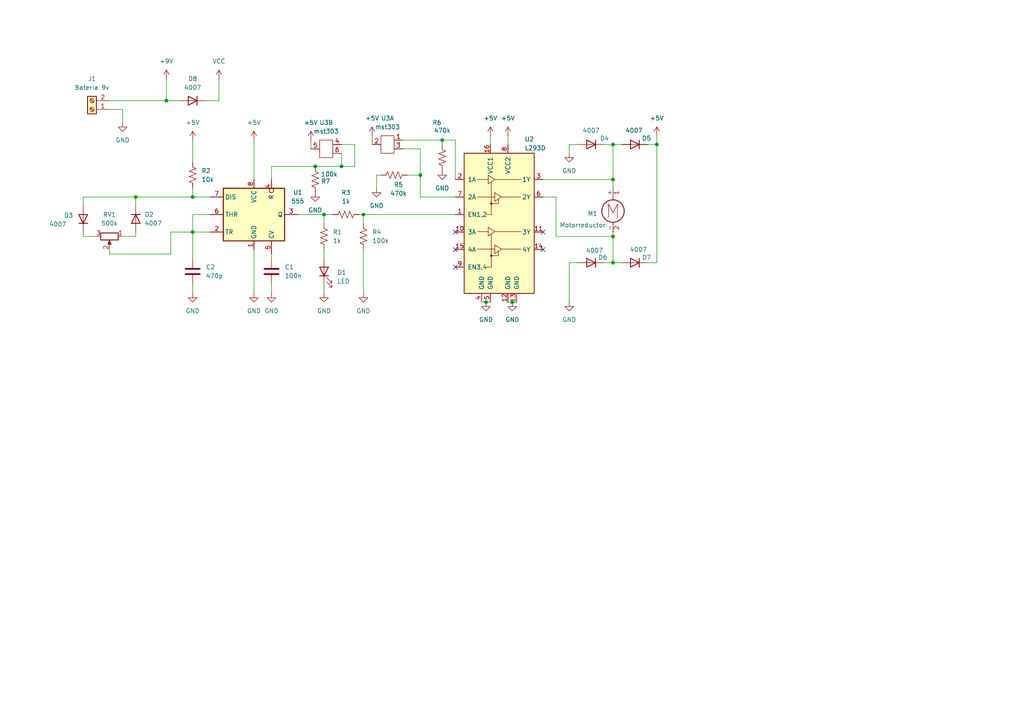
<source format=kicad_sch>
(kicad_sch (version 20250114) (generator "eeschema") (generator_version "9.0")
  (paper "A4")
  (lib_symbols
    (symbol "555_ordenado:555_wellOriented"
      (property "Reference" "U" (at 0 1.27 0))
      (property "Value" "555" (at 0 -0.762 0))
      (symbol "555_wellOriented_0_0"
        (pin power_in line (at 0 10.16 270) (length 2.54) (name "VCC") (number "8"))
        (pin power_in line (at 0 -10.16 90) (length 2.54) (name "GND") (number "1"))
      )
      (symbol "555_wellOriented_0_1"
        (rectangle (start -8.89 -7.62) (end 8.89 7.62) (stroke (width 0.254)) (fill (type background)))
        (rectangle (start -8.89 -7.62) (end 8.89 7.62) (stroke (width 0.254)) (fill (type background)))
      )
      (symbol "555_wellOriented_1_1"
        (pin input line (at -12.7 5.08 0) (length 3.81) (name "DIS") (number "7"))
        (pin input line (at -12.7 0 0) (length 3.81) (name "THR") (number "6"))
        (pin input line (at -12.7 -5.08 0) (length 3.81) (name "TR") (number "2"))
        (pin input inverted (at 5.08 10.16 270) (length 3.81) (name "R") (number "4"))
        (pin input line (at 5.08 -11.43 90) (length 3.81) (name "CV") (number "5"))
        (pin output line (at 12.7 0 180) (length 3.81) (name "Q") (number "3"))
      )
    )
    (symbol "6pdt-library:SW-onoffon-6p"
      (property "Reference" "U" (at 0 0 0))
      (symbol "SW-onoffon-6p_0_1"
        (rectangle (start -1.27 1.27) (end 2.54 -3.81))
      )
      (symbol "SW-onoffon-6p_1_1"
        (pin input line (at -3.81 -1.27 0) (length 2.54) (name "") (number "2"))
        (pin input line (at 5.08 0 180) (length 2.54) (name "") (number "1"))
        (pin input line (at 5.08 -2.54 180) (length 2.54) (name "") (number "3"))
      )
      (symbol "SW-onoffon-6p_2_1"
        (pin input line (at -3.81 -1.27 0) (length 2.54) (name "") (number "5"))
        (pin input line (at 5.08 0 180) (length 2.54) (name "") (number "4"))
        (pin input line (at 5.08 -2.54 180) (length 2.54) (name "") (number "6"))
      )
    )
    (symbol "Connector:Screw_Terminal_01x02" (pin_names (offset 1.016) (hide yes))
      (property "Reference" "J" (at 0 2.54 0))
      (property "Value" "Screw_Terminal_01x02" (at 0 -5.08 0))
      (symbol "Screw_Terminal_01x02_1_1"
        (rectangle (start -1.27 1.27) (end 1.27 -3.81) (stroke (width 0.254)) (fill (type background)))
        (polyline (pts (xy -0.5334 0.3302) (xy 0.3302 -0.508)) (stroke (width 0.1524)))
        (polyline (pts (xy -0.5334 -2.2098) (xy 0.3302 -3.048)) (stroke (width 0.1524)))
        (polyline (pts (xy -0.3556 0.508) (xy 0.508 -0.3302)) (stroke (width 0.1524)))
        (polyline (pts (xy -0.3556 -2.032) (xy 0.508 -2.8702)) (stroke (width 0.1524)))
        (circle (center 0 0) (radius 0.635) (stroke (width 0.1524)))
        (circle (center 0 -2.54) (radius 0.635) (stroke (width 0.1524)))
        (pin passive line (at -5.08 0 0) (length 3.81) (name "Pin_1") (number "1"))
        (pin passive line (at -5.08 -2.54 0) (length 3.81) (name "Pin_2") (number "2"))
      )
    )
    (symbol "Device:C" (pin_numbers (hide yes)) (pin_names (offset 0.254))
      (property "Reference" "C" (at 0.635 2.54 0))
      (property "Value" "C" (at 0.635 -2.54 0))
      (symbol "C_0_1"
        (polyline (pts (xy -2.032 0.762) (xy 2.032 0.762)) (stroke (width 0.508)))
        (polyline (pts (xy -2.032 -0.762) (xy 2.032 -0.762)) (stroke (width 0.508)))
      )
      (symbol "C_1_1"
        (pin passive line (at 0 3.81 270) (length 2.794) (name "~") (number "1"))
        (pin passive line (at 0 -3.81 90) (length 2.794) (name "~") (number "2"))
      )
    )
    (symbol "Device:LED" (pin_numbers (hide yes)) (pin_names (offset 1.016) (hide yes))
      (property "Reference" "D" (at 0 2.54 0))
      (property "Value" "LED" (at 0 -2.54 0))
      (symbol "LED_0_1"
        (polyline (pts (xy -3.048 -0.762) (xy -4.572 -2.286) (xy -3.81 -2.286) (xy -4.572 -2.286) (xy -4.572 -1.524)))
        (polyline (pts (xy -1.778 -0.762) (xy -3.302 -2.286) (xy -2.54 -2.286) (xy -3.302 -2.286) (xy -3.302 -1.524)))
        (polyline (pts (xy -1.27 0) (xy 1.27 0)))
        (polyline (pts (xy -1.27 -1.27) (xy -1.27 1.27)) (stroke (width 0.254)))
        (polyline (pts (xy 1.27 -1.27) (xy 1.27 1.27) (xy -1.27 0) (xy 1.27 -1.27)) (stroke (width 0.254)))
      )
      (symbol "LED_1_1"
        (pin passive line (at -3.81 0 0) (length 2.54) (name "K") (number "1"))
        (pin passive line (at 3.81 0 180) (length 2.54) (name "A") (number "2"))
      )
    )
    (symbol "Device:R_Potentiometer" (pin_names (offset 1.016) (hide yes))
      (property "Reference" "RV" (at -4.445 0 90))
      (property "Value" "R_Potentiometer" (at -2.54 0 90))
      (symbol "R_Potentiometer_0_1"
        (rectangle (start 1.016 2.54) (end -1.016 -2.54) (stroke (width 0.254)))
        (polyline (pts (xy 1.143 0) (xy 2.286 0.508) (xy 2.286 -0.508) (xy 1.143 0)) (fill (type outline)))
        (polyline (pts (xy 2.54 0) (xy 1.524 0)))
      )
      (symbol "R_Potentiometer_1_1"
        (pin passive line (at 0 3.81 270) (length 1.27) (name "1") (number "1"))
        (pin passive line (at 0 -3.81 90) (length 1.27) (name "3") (number "3"))
        (pin passive line (at 3.81 0 180) (length 1.27) (name "2") (number "2"))
      )
    )
    (symbol "Device:R_US" (pin_numbers (hide yes)) (pin_names (offset 0))
      (property "Reference" "R" (at 2.54 0 90))
      (property "Value" "R_US" (at -2.54 0 90))
      (symbol "R_US_0_1"
        (polyline (pts (xy 0 2.286) (xy 0 2.54)))
        (polyline (pts (xy 0 2.286) (xy 1.016 1.905) (xy 0 1.524) (xy -1.016 1.143) (xy 0 0.762)))
        (polyline (pts (xy 0 0.762) (xy 1.016 0.381) (xy 0 0) (xy -1.016 -0.381) (xy 0 -0.762)))
        (polyline (pts (xy 0 -0.762) (xy 1.016 -1.143) (xy 0 -1.524) (xy -1.016 -1.905) (xy 0 -2.286)))
        (polyline (pts (xy 0 -2.286) (xy 0 -2.54)))
      )
      (symbol "R_US_1_1"
        (pin passive line (at 0 3.81 270) (length 1.27) (name "~") (number "1"))
        (pin passive line (at 0 -3.81 90) (length 1.27) (name "~") (number "2"))
      )
    )
    (symbol "Diode:1N4148WT" (pin_numbers (hide yes)) (pin_names (hide yes))
      (property "Reference" "D" (at 0 2.54 0))
      (property "Value" "1N4148WT" (at 0 -2.54 0))
      (symbol "1N4148WT_0_1"
        (polyline (pts (xy -1.27 1.27) (xy -1.27 -1.27)) (stroke (width 0.254)))
        (polyline (pts (xy 1.27 1.27) (xy 1.27 -1.27) (xy -1.27 0) (xy 1.27 1.27)) (stroke (width 0.254)))
        (polyline (pts (xy 1.27 0) (xy -1.27 0)))
      )
      (symbol "1N4148WT_1_1"
        (pin passive line (at -3.81 0 0) (length 2.54) (name "K") (number "1"))
        (pin passive line (at 3.81 0 180) (length 2.54) (name "A") (number "2"))
      )
    )
    (symbol "Driver_Motor:L293D" (pin_names (offset 1.016))
      (property "Reference" "U" (at -5.08 26.035 0))
      (property "Value" "L293D" (at -5.08 24.13 0))
      (symbol "L293D_0_1"
        (rectangle (start -10.16 22.86) (end 10.16 -17.78) (stroke (width 0.254)) (fill (type background)))
        (polyline (pts (xy -6.35 15.24) (xy -3.175 15.24)))
        (polyline (pts (xy -6.35 10.16) (xy -1.27 10.16)))
        (polyline (pts (xy -6.35 0.127) (xy -3.175 0.127)))
        (polyline (pts (xy -6.35 -4.953) (xy -1.27 -4.953)))
        (polyline (pts (xy -3.175 16.51) (xy -3.175 13.97) (xy -1.27 15.24) (xy -3.175 16.51)))
        (polyline (pts (xy -3.175 1.397) (xy -3.175 -1.143) (xy -1.27 0.127) (xy -3.175 1.397)))
        (polyline (pts (xy -2.286 14.478) (xy -2.286 5.08) (xy -3.556 5.08)))
        (circle (center -2.286 8.255) (radius 0.254) (fill (type outline)))
        (polyline (pts (xy -2.286 8.255) (xy -0.254 8.255) (xy -0.254 9.525)))
        (polyline (pts (xy -2.286 -0.635) (xy -2.286 -10.16) (xy -3.556 -10.16)))
        (circle (center -2.286 -6.858) (radius 0.254) (fill (type outline)))
        (polyline (pts (xy -2.286 -6.858) (xy -0.254 -6.858) (xy -0.254 -5.588)))
        (polyline (pts (xy -1.27 15.24) (xy 6.35 15.24)))
        (polyline (pts (xy -1.27 11.43) (xy -1.27 8.89) (xy 0.635 10.16) (xy -1.27 11.43)))
        (polyline (pts (xy -1.27 0.127) (xy 6.35 0.127)))
        (polyline (pts (xy -1.27 -3.683) (xy -1.27 -6.223) (xy 0.635 -4.953) (xy -1.27 -3.683)))
        (polyline (pts (xy 0.635 10.16) (xy 6.35 10.16)))
        (polyline (pts (xy 0.635 -4.953) (xy 6.35 -4.953)))
      )
      (symbol "L293D_1_1"
        (pin input line (at -12.7 15.24 0) (length 2.54) (name "1A") (number "2"))
        (pin input line (at -12.7 10.16 0) (length 2.54) (name "2A") (number "7"))
        (pin input line (at -12.7 5.08 0) (length 2.54) (name "EN1,2") (number "1"))
        (pin input line (at -12.7 0 0) (length 2.54) (name "3A") (number "10"))
        (pin input line (at -12.7 -5.08 0) (length 2.54) (name "4A") (number "15"))
        (pin input line (at -12.7 -10.16 0) (length 2.54) (name "EN3,4") (number "9"))
        (pin power_in line (at -5.08 -20.32 90) (length 2.54) (name "GND") (number "4"))
        (pin power_in line (at -2.54 25.4 270) (length 2.54) (name "VCC1") (number "16"))
        (pin power_in line (at -2.54 -20.32 90) (length 2.54) (name "GND") (number "5"))
        (pin power_in line (at 2.54 25.4 270) (length 2.54) (name "VCC2") (number "8"))
        (pin power_in line (at 2.54 -20.32 90) (length 2.54) (name "GND") (number "12"))
        (pin power_in line (at 5.08 -20.32 90) (length 2.54) (name "GND") (number "13"))
        (pin output line (at 12.7 15.24 180) (length 2.54) (name "1Y") (number "3"))
        (pin output line (at 12.7 10.16 180) (length 2.54) (name "2Y") (number "6"))
        (pin output line (at 12.7 0 180) (length 2.54) (name "3Y") (number "11"))
        (pin output line (at 12.7 -5.08 180) (length 2.54) (name "4Y") (number "14"))
      )
    )
    (symbol "Motor:Motor_DC" (pin_names (offset 0))
      (property "Reference" "M" (at 2.54 2.54 0))
      (property "Value" "Motor_DC" (at 2.54 -5.08 0))
      (symbol "Motor_DC_0_0"
        (polyline (pts (xy -1.27 -3.302) (xy -1.27 0.508) (xy 0 -2.032) (xy 1.27 0.508) (xy 1.27 -3.302)))
      )
      (symbol "Motor_DC_0_1"
        (polyline (pts (xy 0 2.032) (xy 0 2.54)))
        (polyline (pts (xy 0 1.7272) (xy 0 2.0828)))
        (circle (center 0 -1.524) (radius 3.2512) (stroke (width 0.254)))
        (polyline (pts (xy 0 -4.7752) (xy 0 -5.1816)))
        (polyline (pts (xy 0 -7.62) (xy 0 -7.112)))
      )
      (symbol "Motor_DC_1_1"
        (pin passive line (at 0 5.08 270) (length 2.54) (name "+") (number "1"))
        (pin passive line (at 0 -7.62 90) (length 2.54) (name "-") (number "2"))
      )
    )
    (symbol "power:+5V" (power) (pin_numbers (hide yes)) (pin_names (offset 0) (hide yes))
      (property "Value" "+5V" (at 0 3.556 0))
      (symbol "+5V_0_1"
        (polyline (pts (xy -0.762 1.27) (xy 0 2.54)))
        (polyline (pts (xy 0 2.54) (xy 0.762 1.27)))
        (polyline (pts (xy 0 0) (xy 0 2.54)))
      )
      (symbol "+5V_1_1"
        (pin power_in line (at 0 0 90) (length 0) (name "~") (number "1"))
      )
    )
    (symbol "power:+9V" (power) (pin_numbers (hide yes)) (pin_names (offset 0) (hide yes))
      (property "Value" "+9V" (at 0 3.556 0))
      (symbol "+9V_0_1"
        (polyline (pts (xy -0.762 1.27) (xy 0 2.54)))
        (polyline (pts (xy 0 2.54) (xy 0.762 1.27)))
        (polyline (pts (xy 0 0) (xy 0 2.54)))
      )
      (symbol "+9V_1_1"
        (pin power_in line (at 0 0 90) (length 0) (name "~") (number "1"))
      )
    )
    (symbol "power:GND" (power) (pin_numbers (hide yes)) (pin_names (offset 0) (hide yes))
      (property "Value" "GND" (at 0 -3.81 0))
      (symbol "GND_0_1"
        (polyline (pts (xy 0 0) (xy 0 -1.27) (xy 1.27 -1.27) (xy 0 -2.54) (xy -1.27 -1.27) (xy 0 -1.27)))
      )
      (symbol "GND_1_1"
        (pin power_in line (at 0 0 270) (length 0) (name "~") (number "1"))
      )
    )
    (symbol "power:VCC" (power) (pin_numbers (hide yes)) (pin_names (offset 0) (hide yes))
      (property "Value" "VCC" (at 0 3.556 0))
      (symbol "VCC_0_1"
        (polyline (pts (xy -0.762 1.27) (xy 0 2.54)))
        (polyline (pts (xy 0 2.54) (xy 0.762 1.27)))
        (polyline (pts (xy 0 0) (xy 0 2.54)))
      )
      (symbol "VCC_1_1"
        (pin power_in line (at 0 0 90) (length 0) (name "~") (number "1"))
      )
    )
  )
  (junction (at 105.41 62.23))
  (junction (at 148.59 87.63))
  (junction (at 177.8 76.2))
  (junction (at 128.27 40.64))
  (junction (at 55.88 57.15))
  (junction (at 177.8 68.58))
  (junction (at 93.98 62.23))
  (junction (at 177.8 52.07))
  (junction (at 48.26 29.21))
  (junction (at 39.37 57.15))
  (junction (at 99.06 48.26))
  (junction (at 55.88 67.31))
  (junction (at 190.5 41.91))
  (junction (at 91.44 48.26))
  (junction (at 121.92 50.8))
  (junction (at 140.97 87.63))
  (junction (at 177.8 41.91))
  (no_connect (at 157.48 72.39))
  (no_connect (at 157.48 67.31))
  (no_connect (at 132.08 67.31))
  (no_connect (at 132.08 72.39))
  (no_connect (at 132.08 77.47))
  (wire (pts (xy 102.87 41.91) (xy 102.87 48.26)))
  (wire (pts (xy 60.96 62.23) (xy 55.88 62.23)))
  (wire (pts (xy 63.5 29.21) (xy 63.5 22.86)))
  (wire (pts (xy 48.26 29.21) (xy 48.26 22.86)))
  (wire (pts (xy 107.95 39.37) (xy 107.95 41.91)))
  (wire (pts (xy 78.74 82.55) (xy 78.74 85.09)))
  (wire (pts (xy 59.69 29.21) (xy 63.5 29.21)))
  (wire (pts (xy 31.75 73.66) (xy 31.75 72.39)))
  (wire (pts (xy 39.37 68.58) (xy 35.56 68.58)))
  (wire (pts (xy 105.41 64.77) (xy 105.41 62.23)))
  (wire (pts (xy 24.13 68.58) (xy 24.13 67.31)))
  (wire (pts (xy 52.07 29.21) (xy 48.26 29.21)))
  (wire (pts (xy 147.32 87.63) (xy 148.59 87.63)))
  (wire (pts (xy 109.22 54.61) (xy 109.22 50.8)))
  (wire (pts (xy 86.36 62.23) (xy 93.98 62.23)))
  (wire (pts (xy 73.66 72.39) (xy 73.66 85.09)))
  (wire (pts (xy 24.13 57.15) (xy 24.13 59.69)))
  (wire (pts (xy 102.87 48.26) (xy 99.06 48.26)))
  (wire (pts (xy 31.75 31.75) (xy 35.56 31.75)))
  (wire (pts (xy 161.29 57.15) (xy 161.29 68.58)))
  (wire (pts (xy 39.37 57.15) (xy 39.37 59.69)))
  (wire (pts (xy 157.48 52.07) (xy 177.8 52.07)))
  (wire (pts (xy 39.37 67.31) (xy 39.37 68.58)))
  (wire (pts (xy 180.34 76.2) (xy 177.8 76.2)))
  (wire (pts (xy 128.27 40.64) (xy 116.84 40.64)))
  (wire (pts (xy 60.96 57.15) (xy 55.88 57.15)))
  (wire (pts (xy 99.06 48.26) (xy 91.44 48.26)))
  (wire (pts (xy 99.06 41.91) (xy 102.87 41.91)))
  (wire (pts (xy 93.98 82.55) (xy 93.98 85.09)))
  (wire (pts (xy 93.98 64.77) (xy 93.98 62.23)))
  (wire (pts (xy 128.27 40.64) (xy 128.27 41.91)))
  (wire (pts (xy 187.96 41.91) (xy 190.5 41.91)))
  (wire (pts (xy 142.24 39.37) (xy 142.24 41.91)))
  (wire (pts (xy 55.88 54.61) (xy 55.88 57.15)))
  (wire (pts (xy 55.88 67.31) (xy 49.53 67.31)))
  (wire (pts (xy 177.8 52.07) (xy 177.8 54.61)))
  (wire (pts (xy 78.74 74.93) (xy 78.74 73.66)))
  (wire (pts (xy 49.53 73.66) (xy 31.75 73.66)))
  (wire (pts (xy 165.1 41.91) (xy 165.1 44.45)))
  (wire (pts (xy 177.8 41.91) (xy 177.8 52.07)))
  (wire (pts (xy 175.26 41.91) (xy 177.8 41.91)))
  (wire (pts (xy 177.8 41.91) (xy 180.34 41.91)))
  (wire (pts (xy 93.98 62.23) (xy 96.52 62.23)))
  (wire (pts (xy 190.5 41.91) (xy 190.5 76.2)))
  (wire (pts (xy 78.74 52.07) (xy 78.74 48.26)))
  (wire (pts (xy 165.1 76.2) (xy 167.64 76.2)))
  (wire (pts (xy 175.26 76.2) (xy 177.8 76.2)))
  (wire (pts (xy 187.96 76.2) (xy 190.5 76.2)))
  (wire (pts (xy 39.37 57.15) (xy 55.88 57.15)))
  (wire (pts (xy 190.5 39.37) (xy 190.5 41.91)))
  (wire (pts (xy 121.92 43.18) (xy 116.84 43.18)))
  (wire (pts (xy 118.11 50.8) (xy 121.92 50.8)))
  (wire (pts (xy 140.97 87.63) (xy 142.24 87.63)))
  (wire (pts (xy 55.88 40.64) (xy 55.88 46.99)))
  (wire (pts (xy 132.08 52.07) (xy 132.08 40.64)))
  (wire (pts (xy 109.22 50.8) (xy 110.49 50.8)))
  (wire (pts (xy 90.17 40.64) (xy 90.17 43.18)))
  (wire (pts (xy 121.92 43.18) (xy 121.92 50.8)))
  (wire (pts (xy 49.53 67.31) (xy 49.53 73.66)))
  (wire (pts (xy 177.8 68.58) (xy 177.8 76.2)))
  (wire (pts (xy 140.97 87.63) (xy 139.7 87.63)))
  (wire (pts (xy 73.66 40.64) (xy 73.66 52.07)))
  (wire (pts (xy 121.92 57.15) (xy 132.08 57.15)))
  (wire (pts (xy 55.88 74.93) (xy 55.88 67.31)))
  (wire (pts (xy 55.88 67.31) (xy 60.96 67.31)))
  (wire (pts (xy 177.8 67.31) (xy 177.8 68.58)))
  (wire (pts (xy 148.59 87.63) (xy 149.86 87.63)))
  (wire (pts (xy 104.14 62.23) (xy 105.41 62.23)))
  (wire (pts (xy 105.41 62.23) (xy 132.08 62.23)))
  (wire (pts (xy 31.75 29.21) (xy 48.26 29.21)))
  (wire (pts (xy 167.64 41.91) (xy 165.1 41.91)))
  (wire (pts (xy 27.94 68.58) (xy 24.13 68.58)))
  (wire (pts (xy 91.44 48.26) (xy 78.74 48.26)))
  (wire (pts (xy 165.1 87.63) (xy 165.1 76.2)))
  (wire (pts (xy 99.06 44.45) (xy 99.06 48.26)))
  (wire (pts (xy 121.92 50.8) (xy 121.92 57.15)))
  (wire (pts (xy 132.08 40.64) (xy 128.27 40.64)))
  (wire (pts (xy 157.48 57.15) (xy 161.29 57.15)))
  (wire (pts (xy 93.98 74.93) (xy 93.98 72.39)))
  (wire (pts (xy 105.41 72.39) (xy 105.41 85.09)))
  (wire (pts (xy 161.29 68.58) (xy 177.8 68.58)))
  (wire (pts (xy 55.88 82.55) (xy 55.88 85.09)))
  (wire (pts (xy 55.88 62.23) (xy 55.88 67.31)))
  (wire (pts (xy 35.56 31.75) (xy 35.56 35.56)))
  (wire (pts (xy 24.13 57.15) (xy 39.37 57.15)))
  (wire (pts (xy 147.32 39.37) (xy 147.32 41.91)))
  (symbol (lib_id "power:+5V") (at 73.66 40.64 0) (unit 1)
    (property "Reference" "#PWR05" (effects (hide yes)))
    (property "Value" "+5V" (at 73.66 35.56 0))
    (property "Description" "Power symbol creates a global label with name \"+5V\"" (effects (hide yes)))
  )
  (symbol (lib_id "Device:R_US") (at 93.98 68.58 0) (unit 1)
    (property "Reference" "R1" (at 96.52 67.3099 0) (effects (justify left)))
    (property "Value" "1k" (at 96.52 69.8499 0) (effects (justify left)))
    (property "Footprint" "Resistor_THT:R_Axial_DIN0207_L6.3mm_D2.5mm_P10.16mm_Horizontal" (effects (hide yes)))
    (property "Description" "Resistor, US symbol" (effects (hide yes)))
  )
  (symbol (lib_id "power:VCC") (at 63.5 22.86 0) (unit 1)
    (property "Reference" "#PWR021" (effects (hide yes)))
    (property "Value" "VCC" (at 63.5 17.78 0))
    (property "Description" "Power symbol creates a global label with name \"VCC\"" (effects (hide yes)))
  )
  (symbol (lib_id "power:+5V") (at 90.17 40.64 0) (unit 1)
    (property "Reference" "#PWR016" (effects (hide yes)))
    (property "Value" "+5V" (at 90.17 35.56 0))
    (property "Description" "Power symbol creates a global label with name \"+5V\"" (effects (hide yes)))
  )
  (symbol (lib_id "power:+5V") (at 107.95 39.37 0) (unit 1)
    (property "Reference" "#PWR014" (effects (hide yes)))
    (property "Value" "+5V" (at 107.95 34.29 0))
    (property "Description" "Power symbol creates a global label with name \"+5V\"" (effects (hide yes)))
  )
  (symbol (lib_id "Diode:1N4148WT") (at 184.15 76.2 0) (mirror y) (unit 1)
    (property "Reference" "D7" (at 186.182 74.676 0) (effects (justify right)))
    (property "Value" "4007" (at 182.626 72.39 0) (effects (justify right)))
    (property "Footprint" "Diode_THT:D_A-405_P10.16mm_Horizontal" (effects (hide yes)))
    (property "Datasheet" "https://www.diodes.com/assets/Datasheets/ds30396.pdf" (effects (hide yes)))
    (property "Description" "75V 0.15A Fast switching Diode, SOD-523" (effects (hide yes)))
    (property "Sim.Device" "D" (effects (hide yes)))
    (property "Sim.Pins" "1=K 2=A" (effects (hide yes)))
  )
  (symbol (lib_id "power:+9V") (at 48.26 22.86 0) (unit 1)
    (property "Reference" "#PWR02" (effects (hide yes)))
    (property "Value" "+9V" (at 48.26 17.78 0))
    (property "Description" "Power symbol creates a global label with name \"+9V\"" (effects (hide yes)))
  )
  (symbol (lib_id "power:GND") (at 78.74 85.09 0) (unit 1)
    (property "Reference" "#PWR04" (effects (hide yes)))
    (property "Value" "GND" (at 78.74 90.17 0))
    (property "Description" "Power symbol creates a global label with name \"GND\" , ground" (effects (hide yes)))
  )
  (symbol (lib_id "Connector:Screw_Terminal_01x02") (at 26.67 31.75 180) (unit 1)
    (property "Reference" "J1" (at 26.67 22.86 0))
    (property "Value" "Batería 9v" (at 26.67 25.4 0))
    (property "Footprint" "TerminalBlock:TerminalBlock_MaiXu_MX126-5.0-02P_1x02_P5.00mm" (effects (hide yes)))
    (property "Description" "Generic screw terminal, single row, 01x02, script generated (kicad-library-utils/schlib/autogen/connector/)" (effects (hide yes)))
  )
  (symbol (lib_id "Device:C") (at 55.88 78.74 0) (unit 1)
    (property "Reference" "C2" (at 59.69 77.4699 0) (effects (justify left)))
    (property "Value" "470p" (at 59.69 80.0099 0) (effects (justify left)))
    (property "Footprint" "Capacitor_THT:C_Disc_D5.1mm_W3.2mm_P5.00mm" (effects (hide yes)))
    (property "Description" "Unpolarized capacitor" (effects (hide yes)))
  )
  (symbol (lib_id "Driver_Motor:L293D") (at 144.78 67.31 0) (unit 1)
    (property "Reference" "U2" (at 152.146 40.386 0) (effects (justify left)))
    (property "Value" "L293D" (at 152.146 42.926 0) (effects (justify left)))
    (property "Footprint" "Package_DIP:DIP-16_W7.62mm" (effects (hide yes)))
    (property "Datasheet" "http://www.ti.com/lit/ds/symlink/l293.pdf" (effects (hide yes)))
    (property "Description" "Quadruple Half-H Drivers" (effects (hide yes)))
  )
  (symbol (lib_id "power:GND") (at 165.1 87.63 0) (unit 1)
    (property "Reference" "#PWR010" (effects (hide yes)))
    (property "Value" "GND" (at 165.1 92.71 0))
    (property "Description" "Power symbol creates a global label with name \"GND\" , ground" (effects (hide yes)))
  )
  (symbol (lib_id "6pdt-library:SW-onoffon-6p") (at 111.76 40.64 0) (unit 1)
    (property "Reference" "U3" (at 112.395 34.29 0))
    (property "Value" "mst303" (at 112.395 36.83 0))
    (property "Footprint" "Connector_PinHeader_1.00mm:PinHeader_1x05_P1.00mm_Vertical" (effects (hide yes)))
  )
  (symbol (lib_id "Device:LED") (at 93.98 78.74 90) (unit 1)
    (property "Reference" "D1" (at 97.79 79.0574 90) (effects (justify right)))
    (property "Value" "LED" (at 97.79 81.5974 90) (effects (justify right)))
    (property "Footprint" "LED_THT:LED_D3.0mm_Clear" (effects (hide yes)))
    (property "Description" "Light emitting diode" (effects (hide yes)))
    (property "Sim.Pins" "1=K 2=A" (effects (hide yes)))
  )
  (symbol (lib_id "power:GND") (at 93.98 85.09 0) (unit 1)
    (property "Reference" "#PWR01" (effects (hide yes)))
    (property "Value" "GND" (at 93.98 90.17 0))
    (property "Description" "Power symbol creates a global label with name \"GND\" , ground" (effects (hide yes)))
  )
  (symbol (lib_id "power:GND") (at 165.1 44.45 0) (unit 1)
    (property "Reference" "#PWR017" (effects (hide yes)))
    (property "Value" "GND" (at 165.1 49.53 0))
    (property "Description" "Power symbol creates a global label with name \"GND\" , ground" (effects (hide yes)))
  )
  (symbol (lib_id "Device:C") (at 78.74 78.74 0) (unit 1)
    (property "Reference" "C1" (at 82.55 77.4699 0) (effects (justify left)))
    (property "Value" "100n" (at 82.55 80.0099 0) (effects (justify left)))
    (property "Footprint" "Capacitor_THT:C_Disc_D5.0mm_W2.5mm_P2.50mm" (effects (hide yes)))
    (property "Description" "Unpolarized capacitor" (effects (hide yes)))
  )
  (symbol (lib_id "Diode:1N4148WT") (at 55.88 29.21 180) (unit 1)
    (property "Reference" "D8" (at 55.88 22.86 0))
    (property "Value" "4007" (at 55.88 25.4 0))
    (property "Footprint" "Diode_THT:D_A-405_P10.16mm_Horizontal" (effects (hide yes)))
    (property "Datasheet" "https://www.diodes.com/assets/Datasheets/ds30396.pdf" (effects (hide yes)))
    (property "Description" "75V 0.15A Fast switching Diode, SOD-523" (effects (hide yes)))
    (property "Sim.Device" "D" (effects (hide yes)))
    (property "Sim.Pins" "1=K 2=A" (effects (hide yes)))
  )
  (symbol (lib_id "Diode:1N4148WT") (at 171.45 76.2 0) (mirror y) (unit 1)
    (property "Reference" "D6" (at 173.482 74.676 0) (effects (justify right)))
    (property "Value" "4007" (at 169.926 72.644 0) (effects (justify right)))
    (property "Footprint" "Diode_THT:D_A-405_P10.16mm_Horizontal" (effects (hide yes)))
    (property "Datasheet" "https://www.diodes.com/assets/Datasheets/ds30396.pdf" (effects (hide yes)))
    (property "Description" "75V 0.15A Fast switching Diode, SOD-523" (effects (hide yes)))
    (property "Sim.Device" "D" (effects (hide yes)))
    (property "Sim.Pins" "1=K 2=A" (effects (hide yes)))
  )
  (symbol (lib_id "Device:R_US") (at 105.41 68.58 0) (unit 1)
    (property "Reference" "R4" (at 107.95 67.3099 0) (effects (justify left)))
    (property "Value" "100k" (at 107.95 69.8499 0) (effects (justify left)))
    (property "Footprint" "Resistor_THT:R_Axial_DIN0207_L6.3mm_D2.5mm_P10.16mm_Horizontal" (effects (hide yes)))
    (property "Description" "Resistor, US symbol" (effects (hide yes)))
  )
  (symbol (lib_id "power:GND") (at 105.41 85.09 0) (unit 1)
    (property "Reference" "#PWR08" (effects (hide yes)))
    (property "Value" "GND" (at 105.41 90.17 0))
    (property "Description" "Power symbol creates a global label with name \"GND\" , ground" (effects (hide yes)))
  )
  (symbol (lib_id "Device:R_US") (at 55.88 50.8 0) (unit 1)
    (property "Reference" "R2" (at 58.42 49.5299 0) (effects (justify left)))
    (property "Value" "10k" (at 58.42 52.0699 0) (effects (justify left)))
    (property "Footprint" "Resistor_THT:R_Axial_DIN0207_L6.3mm_D2.5mm_P10.16mm_Horizontal" (effects (hide yes)))
    (property "Description" "Resistor, US symbol" (effects (hide yes)))
  )
  (symbol (lib_id "Diode:1N4148WT") (at 171.45 41.91 0) (mirror y) (unit 1)
    (property "Reference" "D4" (at 173.99 40.132 0) (effects (justify right)))
    (property "Value" "4007" (at 168.91 37.846 0) (effects (justify right)))
    (property "Footprint" "Diode_THT:D_A-405_P10.16mm_Horizontal" (effects (hide yes)))
    (property "Datasheet" "https://www.diodes.com/assets/Datasheets/ds30396.pdf" (effects (hide yes)))
    (property "Description" "75V 0.15A Fast switching Diode, SOD-523" (effects (hide yes)))
    (property "Sim.Device" "D" (effects (hide yes)))
    (property "Sim.Pins" "1=K 2=A" (effects (hide yes)))
  )
  (symbol (lib_id "power:GND") (at 140.97 87.63 0) (unit 1)
    (property "Reference" "#PWR019" (effects (hide yes)))
    (property "Value" "GND" (at 140.97 92.71 0))
    (property "Description" "Power symbol creates a global label with name \"GND\" , ground" (effects (hide yes)))
  )
  (symbol (lib_id "power:GND") (at 109.22 54.61 0) (unit 1)
    (property "Reference" "#PWR015" (effects (hide yes)))
    (property "Value" "GND" (at 109.22 59.69 0))
    (property "Description" "Power symbol creates a global label with name \"GND\" , ground" (effects (hide yes)))
  )
  (symbol (lib_id "Device:R_Potentiometer") (at 31.75 68.58 270) (unit 1)
    (property "Reference" "RV1" (at 31.75 62.23 90))
    (property "Value" "500k" (at 31.75 64.77 90))
    (property "Footprint" "Potentiometer_THT:Potentiometer_Omeg_PC16BU_Vertical" (effects (hide yes)))
    (property "Description" "Potentiometer" (effects (hide yes)))
  )
  (symbol (lib_id "power:GND") (at 73.66 85.09 0) (unit 1)
    (property "Reference" "#PWR03" (effects (hide yes)))
    (property "Value" "GND" (at 73.66 90.17 0))
    (property "Description" "Power symbol creates a global label with name \"GND\" , ground" (effects (hide yes)))
  )
  (symbol (lib_id "power:GND") (at 91.44 55.88 0) (unit 1)
    (property "Reference" "#PWR018" (effects (hide yes)))
    (property "Value" "GND" (at 91.44 60.96 0))
    (property "Description" "Power symbol creates a global label with name \"GND\" , ground" (effects (hide yes)))
  )
  (symbol (lib_id "Device:R_US") (at 100.33 62.23 90) (unit 1)
    (property "Reference" "R3" (at 100.33 55.88 90))
    (property "Value" "1k" (at 100.33 58.42 90))
    (property "Footprint" "Resistor_THT:R_Axial_DIN0207_L6.3mm_D2.5mm_P10.16mm_Horizontal" (effects (hide yes)))
    (property "Description" "Resistor, US symbol" (effects (hide yes)))
  )
  (symbol (lib_id "power:GND") (at 148.59 87.63 0) (unit 1)
    (property "Reference" "#PWR020" (effects (hide yes)))
    (property "Value" "GND" (at 148.59 92.71 0))
    (property "Description" "Power symbol creates a global label with name \"GND\" , ground" (effects (hide yes)))
  )
  (symbol (lib_id "Device:R_US") (at 128.27 45.72 180) (unit 1)
    (property "Reference" "R6" (at 126.746 35.56 0))
    (property "Value" "470k" (at 128.27 37.846 0))
    (property "Footprint" "Resistor_THT:R_Axial_DIN0207_L6.3mm_D2.5mm_P10.16mm_Horizontal" (effects (hide yes)))
    (property "Description" "Resistor, US symbol" (effects (hide yes)))
  )
  (symbol (lib_id "power:GND") (at 55.88 85.09 0) (unit 1)
    (property "Reference" "#PWR07" (effects (hide yes)))
    (property "Value" "GND" (at 55.88 90.17 0))
    (property "Description" "Power symbol creates a global label with name \"GND\" , ground" (effects (hide yes)))
  )
  (symbol (lib_id "Motor:Motor_DC") (at 177.8 59.69 0) (unit 1)
    (property "Reference" "M1" (at 170.434 61.976 0) (effects (justify left)))
    (property "Value" "Motorreductor" (at 162.306 65.278 0) (effects (justify left)))
    (property "Footprint" "TerminalBlock:TerminalBlock_MaiXu_MX126-5.0-02P_1x02_P5.00mm" (effects (hide yes)))
    (property "Description" "DC Motor" (effects (hide yes)))
  )
  (symbol (lib_id "6pdt-library:SW-onoffon-6p") (at 93.98 41.91 0) (unit 2)
    (property "Reference" "U3" (at 94.615 35.56 0))
    (property "Value" "mst303" (at 94.615 38.1 0))
    (property "Footprint" "Connector_PinHeader_1.00mm:PinHeader_1x05_P1.00mm_Vertical" (effects (hide yes)))
  )
  (symbol (lib_id "power:GND") (at 35.56 35.56 0) (unit 1)
    (property "Reference" "#PWR022" (effects (hide yes)))
    (property "Value" "GND" (at 35.56 40.64 0))
    (property "Description" "Power symbol creates a global label with name \"GND\" , ground" (effects (hide yes)))
  )
  (symbol (lib_id "Diode:1N4148WT") (at 24.13 63.5 90) (unit 1)
    (property "Reference" "D3" (at 18.542 62.484 90) (effects (justify right)))
    (property "Value" "4007" (at 14.224 65.024 90) (effects (justify right)))
    (property "Footprint" "Diode_THT:D_A-405_P10.16mm_Horizontal" (effects (hide yes)))
    (property "Datasheet" "https://www.diodes.com/assets/Datasheets/ds30396.pdf" (effects (hide yes)))
    (property "Description" "75V 0.15A Fast switching Diode, SOD-523" (effects (hide yes)))
    (property "Sim.Device" "D" (effects (hide yes)))
    (property "Sim.Pins" "1=K 2=A" (effects (hide yes)))
  )
  (symbol (lib_id "Diode:1N4148WT") (at 184.15 41.91 0) (mirror y) (unit 1)
    (property "Reference" "D5" (at 186.182 40.132 0) (effects (justify right)))
    (property "Value" "4007" (at 181.356 37.846 0) (effects (justify right)))
    (property "Footprint" "Diode_THT:D_A-405_P10.16mm_Horizontal" (effects (hide yes)))
    (property "Datasheet" "https://www.diodes.com/assets/Datasheets/ds30396.pdf" (effects (hide yes)))
    (property "Description" "75V 0.15A Fast switching Diode, SOD-523" (effects (hide yes)))
    (property "Sim.Device" "D" (effects (hide yes)))
    (property "Sim.Pins" "1=K 2=A" (effects (hide yes)))
  )
  (symbol (lib_id "power:+5V") (at 142.24 39.37 0) (unit 1)
    (property "Reference" "#PWR011" (effects (hide yes)))
    (property "Value" "+5V" (at 142.24 34.29 0))
    (property "Description" "Power symbol creates a global label with name \"+5V\"" (effects (hide yes)))
  )
  (symbol (lib_id "power:+5V") (at 147.32 39.37 0) (unit 1)
    (property "Reference" "#PWR012" (effects (hide yes)))
    (property "Value" "+5V" (at 147.32 34.29 0))
    (property "Description" "Power symbol creates a global label with name \"+5V\"" (effects (hide yes)))
  )
  (symbol (lib_id "Device:R_US") (at 114.3 50.8 90) (unit 1)
    (property "Reference" "R5" (at 115.57 53.594 90))
    (property "Value" "470k" (at 115.57 56.134 90))
    (property "Footprint" "Resistor_THT:R_Axial_DIN0207_L6.3mm_D2.5mm_P10.16mm_Horizontal" (effects (hide yes)))
    (property "Description" "Resistor, US symbol" (effects (hide yes)))
  )
  (symbol (lib_id "Diode:1N4148WT") (at 39.37 63.5 270) (unit 1)
    (property "Reference" "D2" (at 41.91 62.2299 90) (effects (justify left)))
    (property "Value" "4007" (at 41.91 64.7699 90) (effects (justify left)))
    (property "Footprint" "Diode_THT:D_A-405_P10.16mm_Horizontal" (effects (hide yes)))
    (property "Datasheet" "https://www.diodes.com/assets/Datasheets/ds30396.pdf" (effects (hide yes)))
    (property "Description" "75V 0.15A Fast switching Diode, SOD-523" (effects (hide yes)))
    (property "Sim.Device" "D" (effects (hide yes)))
    (property "Sim.Pins" "1=K 2=A" (effects (hide yes)))
  )
  (symbol (lib_id "555_ordenado:555_wellOriented") (at 73.66 62.23 0) (unit 1)
    (property "Reference" "U1" (at 86.36 55.8098 0))
    (property "Value" "555" (at 86.36 58.3498 0))
    (property "Footprint" "Package_DIP:DIP-8_W7.62mm_Socket_LongPads" (effects (hide yes)))
  )
  (symbol (lib_id "Device:R_US") (at 91.44 52.07 180) (unit 1)
    (property "Reference" "R7" (at 94.488 52.578 0))
    (property "Value" "100k" (at 95.504 50.546 0))
    (property "Footprint" "Resistor_THT:R_Axial_DIN0207_L6.3mm_D2.5mm_P10.16mm_Horizontal" (effects (hide yes)))
    (property "Description" "Resistor, US symbol" (effects (hide yes)))
  )
  (symbol (lib_id "power:+5V") (at 190.5 39.37 0) (unit 1)
    (property "Reference" "#PWR013" (effects (hide yes)))
    (property "Value" "+5V" (at 190.5 34.29 0))
    (property "Description" "Power symbol creates a global label with name \"+5V\"" (effects (hide yes)))
  )
  (symbol (lib_id "power:GND") (at 128.27 49.53 0) (unit 1)
    (property "Reference" "#PWR09" (effects (hide yes)))
    (property "Value" "GND" (at 128.27 54.61 0))
    (property "Description" "Power symbol creates a global label with name \"GND\" , ground" (effects (hide yes)))
  )
  (symbol (lib_id "power:+5V") (at 55.88 40.64 0) (unit 1)
    (property "Reference" "#PWR06" (effects (hide yes)))
    (property "Value" "+5V" (at 55.88 35.56 0))
    (property "Description" "Power symbol creates a global label with name \"+5V\"" (effects (hide yes)))
  )
)
</source>
